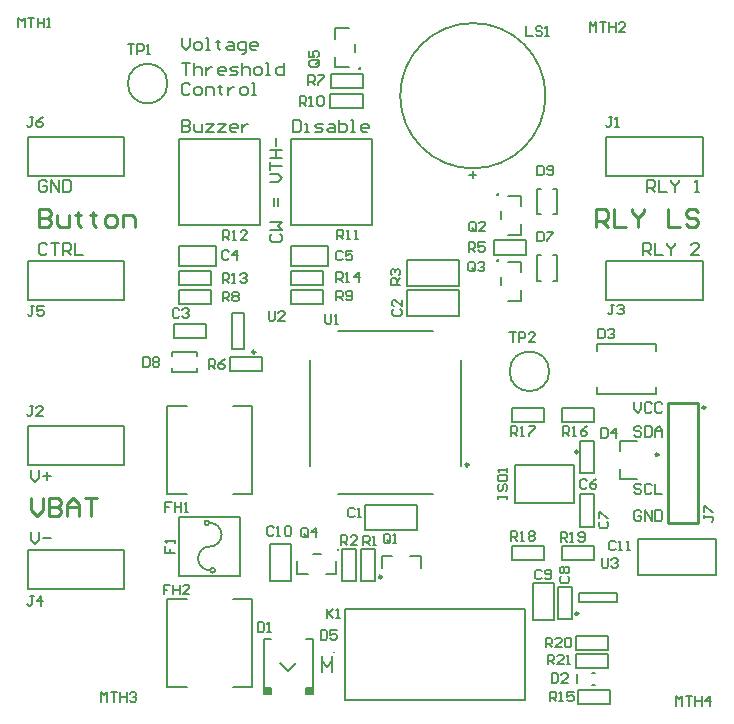
<source format=gto>
G04*
G04 #@! TF.GenerationSoftware,Altium Limited,Altium Designer,20.1.11 (218)*
G04*
G04 Layer_Color=65535*
%FSLAX24Y24*%
%MOIN*%
G70*
G04*
G04 #@! TF.SameCoordinates,DAAE5E8E-C930-4FEA-A671-465C74EFB4C4*
G04*
G04*
G04 #@! TF.FilePolarity,Positive*
G04*
G01*
G75*
%ADD10C,0.0098*%
%ADD11C,0.0050*%
%ADD12C,0.0060*%
%ADD13C,0.0079*%
%ADD14C,0.0070*%
%ADD15C,0.0070*%
%ADD16C,0.0100*%
%ADD17C,0.0080*%
%ADD18R,0.0251X0.0211*%
%ADD19R,0.0251X0.0211*%
D10*
X11637Y21625D02*
G03*
X11637Y21625I-16J0D01*
G01*
X18906Y8837D02*
G03*
X18906Y8837I-49J0D01*
G01*
X16231Y17415D02*
G03*
X16231Y17415I-16J0D01*
G01*
Y15216D02*
G03*
X16231Y15216I-16J0D01*
G01*
X8148Y12167D02*
G03*
X8148Y12167I-49J0D01*
G01*
X18911Y3454D02*
G03*
X18911Y3454I-49J0D01*
G01*
X21589Y8746D02*
G03*
X21589Y8746I-49J0D01*
G01*
X15257Y8410D02*
G03*
X15257Y8410I-49J0D01*
G01*
X23148Y10321D02*
G03*
X23148Y10321I-49J0D01*
G01*
X12359Y4672D02*
G03*
X12359Y4672I-49J0D01*
G01*
X10908Y5573D02*
G03*
X10908Y5573I-16J0D01*
G01*
D11*
X17943Y11526D02*
G03*
X17943Y11526I-660J0D01*
G01*
X17820Y20712D02*
G03*
X17820Y20712I-2421J0D01*
G01*
X5219Y21117D02*
G03*
X5219Y21117I-660J0D01*
G01*
X6205Y12025D02*
Y12160D01*
X5358D02*
X6205D01*
X5358Y12025D02*
Y12160D01*
Y11490D02*
Y11625D01*
Y11490D02*
X6205D01*
Y11625D01*
X18070Y16757D02*
X18205D01*
Y17603D01*
X18070D02*
X18205D01*
X17535D02*
X17670D01*
X17535Y16757D02*
Y17603D01*
Y16757D02*
X17670D01*
X18058Y14548D02*
X18193D01*
Y15395D01*
X18058D02*
X18193D01*
X17523D02*
X17658D01*
X17523Y14548D02*
Y15395D01*
Y14548D02*
X17658D01*
X16788Y8404D02*
X18757D01*
X16788Y7144D02*
X18757D01*
Y8404D01*
X16788Y7144D02*
Y8404D01*
X19846Y15217D02*
X23067D01*
X19846Y13917D02*
Y15217D01*
Y13917D02*
X23067D01*
Y15217D01*
X3776Y4272D02*
Y5571D01*
X555Y4272D02*
X3776D01*
X555D02*
Y5571D01*
X3776D01*
X555Y15217D02*
X3776D01*
X555Y13917D02*
Y15217D01*
Y13917D02*
X3776D01*
Y15217D01*
X18912Y909D02*
X19975D01*
Y437D02*
Y909D01*
X18912Y437D02*
X19975D01*
X18912D02*
Y909D01*
X12026Y16414D02*
Y19259D01*
X9327Y16414D02*
X12026D01*
X9327Y19259D02*
X12026D01*
X9327Y16414D02*
Y19259D01*
X10651Y20293D02*
X11721D01*
X10651D02*
Y20766D01*
X11721D01*
Y20293D02*
Y20766D01*
X10818Y22964D02*
X11266D01*
X10818Y22614D02*
Y22964D01*
Y21664D02*
Y22013D01*
Y21664D02*
X11266D01*
X11482Y22186D02*
Y22442D01*
X11721Y20958D02*
Y21431D01*
X10658D02*
X11721D01*
X10658Y20958D02*
Y21431D01*
Y20958D02*
X11721D01*
X18369Y5245D02*
Y5717D01*
Y5245D02*
X19432D01*
Y5717D01*
X18369D02*
X19432D01*
X17758Y5245D02*
Y5717D01*
X16695D02*
X17758D01*
X16695Y5245D02*
Y5717D01*
Y5245D02*
X17758D01*
Y9845D02*
Y10317D01*
X16695D02*
X17758D01*
X16695Y9845D02*
Y10317D01*
Y9845D02*
X17758D01*
X19445Y6350D02*
Y7422D01*
X18973Y6350D02*
X19445D01*
X18973D02*
Y7422D01*
X19445D01*
X18973Y8137D02*
Y9208D01*
X19445D01*
Y8137D02*
Y9208D01*
X18973Y8137D02*
X19445D01*
X18382Y9845D02*
Y10317D01*
Y9845D02*
X19445D01*
Y10317D01*
X18382D02*
X19445D01*
X11122Y3607D02*
X17146D01*
X11122Y564D02*
X17146D01*
X11122D02*
Y3607D01*
X17146Y564D02*
Y3607D01*
X10539Y1680D02*
X10717Y1857D01*
X10362D02*
X10539Y1680D01*
X10717Y1513D02*
Y2024D01*
X10362Y1513D02*
Y2024D01*
X19900Y2247D02*
Y2719D01*
X18837D02*
X19900D01*
X18837Y2247D02*
Y2719D01*
Y2247D02*
X19900D01*
X18846Y1627D02*
Y2100D01*
Y1627D02*
X19909D01*
Y2100D01*
X18846D02*
X19909D01*
X16568Y16076D02*
X17017D01*
Y16425D01*
Y17027D02*
Y17376D01*
X16568D02*
X17017D01*
X16352Y16598D02*
Y16854D01*
X16568Y13877D02*
X17017D01*
Y14226D01*
Y14827D02*
Y15177D01*
X16568D02*
X17017D01*
X16352Y14399D02*
Y14655D01*
X15399Y17957D02*
Y18193D01*
X15281Y18075D02*
X15517D01*
X9325Y4527D02*
Y5758D01*
X8635Y4527D02*
X9325D01*
X8635D02*
Y5758D01*
X9325D01*
X11032Y4527D02*
Y5590D01*
X11505D01*
Y4527D02*
Y5590D01*
X11032Y4527D02*
X11505D01*
X8375Y11536D02*
Y12008D01*
X7312D02*
X8375D01*
X7312Y11536D02*
Y12008D01*
Y11536D02*
X8375D01*
X3776Y18051D02*
Y19350D01*
X555Y18051D02*
X3776D01*
X555D02*
Y19350D01*
X3776D01*
X5424Y13116D02*
X6496D01*
Y12644D02*
Y13116D01*
X5424Y12644D02*
X6496D01*
X5424D02*
Y13116D01*
X8317Y16414D02*
Y19259D01*
X5617Y16414D02*
X8317D01*
X5617Y19259D02*
X8317D01*
X5617Y16414D02*
Y19259D01*
X18711Y3273D02*
Y4344D01*
X18238Y3273D02*
X18711D01*
X18238D02*
Y4344D01*
X18711D01*
X17419Y4480D02*
X18109D01*
X17419Y3248D02*
Y4480D01*
Y3248D02*
X18109D01*
Y4480D01*
X20290Y7931D02*
X20868D01*
X20290D02*
Y8270D01*
Y9211D02*
X20868D01*
X20290Y8871D02*
Y9211D01*
X9327Y14243D02*
X10390D01*
Y13771D02*
Y14243D01*
X9327Y13771D02*
X10390D01*
X9327D02*
Y14243D01*
Y14389D02*
X10390D01*
X9327D02*
Y14862D01*
X10390D01*
Y14389D02*
Y14862D01*
X10555Y15025D02*
Y15715D01*
X9324D02*
X10555D01*
X9324Y15025D02*
Y15715D01*
Y15025D02*
X10555D01*
X5617Y13771D02*
Y14243D01*
Y13771D02*
X6680D01*
Y14243D01*
X5617D02*
X6680D01*
Y14389D02*
Y14862D01*
X5617D02*
X6680D01*
X5617Y14389D02*
Y14862D01*
Y14389D02*
X6680D01*
X6845Y15025D02*
Y15715D01*
X5614D02*
X6845D01*
X5614Y15025D02*
Y15715D01*
Y15025D02*
X6845D01*
X15009Y8367D02*
Y11911D01*
X9970Y8367D02*
Y11911D01*
X10915Y12855D02*
X14064D01*
X10915Y7422D02*
X14064D01*
X11794Y6235D02*
Y7086D01*
Y6235D02*
X13545D01*
Y7086D01*
X11794D02*
X13545D01*
X3776Y8406D02*
Y9705D01*
X555Y8406D02*
X3776D01*
X555D02*
Y9705D01*
X3776D01*
X19846Y19350D02*
X23067D01*
X19846Y18051D02*
Y19350D01*
Y18051D02*
X23067D01*
Y19350D01*
X19529Y12192D02*
Y12431D01*
X21498Y12192D02*
Y12431D01*
X19529Y10777D02*
Y11016D01*
X21498Y10777D02*
Y11016D01*
X19529Y12431D02*
X21498D01*
X19529Y10777D02*
X21498D01*
X12369Y4981D02*
Y5374D01*
X12706D01*
X13654Y4985D02*
Y5379D01*
X13316D02*
X13654D01*
X12130Y4527D02*
Y5590D01*
X11658Y4527D02*
X12130D01*
X11658D02*
Y5590D01*
X12130D01*
X10074Y5435D02*
X10330D01*
X10852Y4770D02*
Y5218D01*
X10503Y4770D02*
X10852D01*
X9552D02*
X9902D01*
X9552D02*
Y5218D01*
X8425Y760D02*
X8676D01*
Y971D01*
X8465D02*
X8676D01*
X9828D02*
X10039D01*
X9828Y760D02*
Y971D01*
X8425Y2616D02*
X8676D01*
X9828Y760D02*
X10079D01*
X9828Y2616D02*
X10079D01*
X8425Y760D02*
Y2616D01*
X10079Y760D02*
Y2616D01*
X9252Y1528D02*
X9518Y1794D01*
X8986D02*
X9252Y1528D01*
X13201Y14369D02*
Y15220D01*
Y14369D02*
X14951D01*
Y15220D01*
X13201D02*
X14951D01*
X13200Y13371D02*
Y14221D01*
Y13371D02*
X14951D01*
Y14221D01*
X13200D02*
X14951D01*
X5210Y10360D02*
X5870D01*
X5210Y7446D02*
X5870D01*
X7390Y10360D02*
X8050D01*
X7390Y7446D02*
X8050D01*
Y10360D01*
X5210Y7446D02*
Y10360D01*
Y3922D02*
X5870D01*
X5210Y1009D02*
X5870D01*
X7390Y3922D02*
X8050D01*
X7390Y1009D02*
X8050D01*
Y3922D01*
X5210Y1009D02*
Y3922D01*
X16113Y15417D02*
X17176D01*
X16113D02*
Y15889D01*
X17176D01*
Y15417D02*
Y15889D01*
D12*
X10759Y2158D02*
G03*
X10759Y2158I-20J0D01*
G01*
X20911Y5921D02*
X23489D01*
X20911Y4740D02*
Y5921D01*
Y4740D02*
X23489D01*
Y5921D01*
X17551Y18386D02*
Y18066D01*
X17711D01*
X17764Y18119D01*
Y18333D01*
X17711Y18386D01*
X17551D01*
X17871Y18119D02*
X17924Y18066D01*
X18031D01*
X18084Y18119D01*
Y18333D01*
X18031Y18386D01*
X17924D01*
X17871Y18333D01*
Y18279D01*
X17924Y18226D01*
X18084D01*
X17544Y16178D02*
Y15858D01*
X17704D01*
X17757Y15911D01*
Y16125D01*
X17704Y16178D01*
X17544D01*
X17864D02*
X18077D01*
Y16125D01*
X17864Y15911D01*
Y15858D01*
X4414Y11990D02*
Y11670D01*
X4574D01*
X4627Y11724D01*
Y11937D01*
X4574Y11990D01*
X4414D01*
X4734Y11937D02*
X4787Y11990D01*
X4894D01*
X4947Y11937D01*
Y11884D01*
X4894Y11830D01*
X4947Y11777D01*
Y11724D01*
X4894Y11670D01*
X4787D01*
X4734Y11724D01*
Y11777D01*
X4787Y11830D01*
X4734Y11884D01*
Y11937D01*
X4787Y11830D02*
X4894D01*
X20160Y5832D02*
X20106Y5885D01*
X20000D01*
X19946Y5832D01*
Y5619D01*
X20000Y5565D01*
X20106D01*
X20160Y5619D01*
X20266Y5565D02*
X20373D01*
X20320D01*
Y5885D01*
X20266Y5832D01*
X20533Y5565D02*
X20639D01*
X20586D01*
Y5885D01*
X20533Y5832D01*
X8759Y6300D02*
X8705Y6354D01*
X8599D01*
X8545Y6300D01*
Y6087D01*
X8599Y6034D01*
X8705D01*
X8759Y6087D01*
X8865Y6034D02*
X8972D01*
X8919D01*
Y6354D01*
X8865Y6300D01*
X9132D02*
X9185Y6354D01*
X9292D01*
X9345Y6300D01*
Y6087D01*
X9292Y6034D01*
X9185D01*
X9132Y6087D01*
Y6300D01*
X10528Y3618D02*
Y3299D01*
Y3405D01*
X10742Y3618D01*
X10582Y3459D01*
X10742Y3299D01*
X10848D02*
X10955D01*
X10902D01*
Y3618D01*
X10848Y3565D01*
X19679Y9637D02*
Y9317D01*
X19839D01*
X19893Y9370D01*
Y9584D01*
X19839Y9637D01*
X19679D01*
X20159Y9317D02*
Y9637D01*
X19999Y9477D01*
X20213D01*
X10328Y2888D02*
Y2568D01*
X10488D01*
X10542Y2621D01*
Y2834D01*
X10488Y2888D01*
X10328D01*
X10861D02*
X10648D01*
Y2728D01*
X10755Y2781D01*
X10808D01*
X10861Y2728D01*
Y2621D01*
X10808Y2568D01*
X10701D01*
X10648Y2621D01*
X9891Y6048D02*
Y6262D01*
X9837Y6315D01*
X9731D01*
X9677Y6262D01*
Y6048D01*
X9731Y5995D01*
X9837D01*
X9784Y6102D02*
X9891Y5995D01*
X9837D02*
X9891Y6048D01*
X10157Y5995D02*
Y6315D01*
X9997Y6155D01*
X10211D01*
X12636Y5850D02*
Y6063D01*
X12583Y6116D01*
X12476D01*
X12423Y6063D01*
Y5850D01*
X12476Y5797D01*
X12583D01*
X12530Y5903D02*
X12636Y5797D01*
X12583D02*
X12636Y5850D01*
X12743Y5797D02*
X12850D01*
X12796D01*
Y6116D01*
X12743Y6063D01*
X11058Y15492D02*
X11004Y15545D01*
X10898D01*
X10844Y15492D01*
Y15278D01*
X10898Y15225D01*
X11004D01*
X11058Y15278D01*
X11377Y15545D02*
X11164D01*
Y15385D01*
X11271Y15438D01*
X11324D01*
X11377Y15385D01*
Y15278D01*
X11324Y15225D01*
X11217D01*
X11164Y15278D01*
X7265Y15518D02*
X7212Y15572D01*
X7105D01*
X7052Y15518D01*
Y15305D01*
X7105Y15252D01*
X7212D01*
X7265Y15305D01*
X7532Y15252D02*
Y15572D01*
X7372Y15412D01*
X7585D01*
X18022Y1456D02*
Y1136D01*
X18182D01*
X18235Y1190D01*
Y1403D01*
X18182Y1456D01*
X18022D01*
X18555Y1136D02*
X18342D01*
X18555Y1350D01*
Y1403D01*
X18502Y1456D01*
X18395D01*
X18342Y1403D01*
X12759Y13590D02*
X12706Y13537D01*
Y13430D01*
X12759Y13377D01*
X12973D01*
X13026Y13430D01*
Y13537D01*
X12973Y13590D01*
X13026Y13910D02*
Y13697D01*
X12813Y13910D01*
X12759D01*
X12706Y13857D01*
Y13750D01*
X12759Y13697D01*
X17962Y525D02*
Y845D01*
X18122D01*
X18175Y791D01*
Y685D01*
X18122Y631D01*
X17962D01*
X18068D02*
X18175Y525D01*
X18282D02*
X18388D01*
X18335D01*
Y845D01*
X18282Y791D01*
X18762Y845D02*
X18548D01*
Y685D01*
X18655Y738D01*
X18708D01*
X18762Y685D01*
Y578D01*
X18708Y525D01*
X18602D01*
X18548Y578D01*
X5313Y4413D02*
X5100D01*
Y4253D01*
X5206D01*
X5100D01*
Y4093D01*
X5420Y4413D02*
Y4093D01*
Y4253D01*
X5633D01*
Y4413D01*
Y4093D01*
X5953D02*
X5739D01*
X5953Y4306D01*
Y4360D01*
X5899Y4413D01*
X5793D01*
X5739Y4360D01*
X5366Y7165D02*
X5153D01*
Y7005D01*
X5260D01*
X5153D01*
Y6845D01*
X5473Y7165D02*
Y6845D01*
Y7005D01*
X5686D01*
Y7165D01*
Y6845D01*
X5793D02*
X5899D01*
X5846D01*
Y7165D01*
X5793Y7112D01*
X5136Y5696D02*
Y5483D01*
X5296D01*
Y5590D01*
Y5483D01*
X5456D01*
Y5803D02*
Y5910D01*
Y5856D01*
X5136D01*
X5189Y5803D01*
X746Y20003D02*
X640D01*
X693D01*
Y19737D01*
X640Y19683D01*
X587D01*
X533Y19737D01*
X1066Y20003D02*
X960Y19950D01*
X853Y19843D01*
Y19737D01*
X906Y19683D01*
X1013D01*
X1066Y19737D01*
Y19790D01*
X1013Y19843D01*
X853D01*
X769Y13691D02*
X663D01*
X716D01*
Y13425D01*
X663Y13371D01*
X609D01*
X556Y13425D01*
X1089Y13691D02*
X876D01*
Y13531D01*
X982Y13585D01*
X1036D01*
X1089Y13531D01*
Y13425D01*
X1036Y13371D01*
X929D01*
X876Y13425D01*
X20105Y13749D02*
X19998D01*
X20051D01*
Y13482D01*
X19998Y13429D01*
X19945D01*
X19891Y13482D01*
X20211Y13695D02*
X20265Y13749D01*
X20371D01*
X20425Y13695D01*
Y13642D01*
X20371Y13589D01*
X20318D01*
X20371D01*
X20425Y13535D01*
Y13482D01*
X20371Y13429D01*
X20265D01*
X20211Y13482D01*
X754Y4037D02*
X647D01*
X700D01*
Y3770D01*
X647Y3717D01*
X594D01*
X541Y3770D01*
X1020Y3717D02*
Y4037D01*
X860Y3877D01*
X1074D01*
X746Y10363D02*
X640D01*
X693D01*
Y10097D01*
X640Y10043D01*
X587D01*
X533Y10097D01*
X1066Y10043D02*
X853D01*
X1066Y10257D01*
Y10310D01*
X1013Y10363D01*
X906D01*
X853Y10310D01*
X20046Y20003D02*
X19940D01*
X19993D01*
Y19737D01*
X19940Y19683D01*
X19886D01*
X19833Y19737D01*
X20153Y19683D02*
X20260D01*
X20206D01*
Y20003D01*
X20153Y19950D01*
X8591Y13530D02*
Y13263D01*
X8644Y13210D01*
X8751D01*
X8804Y13263D01*
Y13530D01*
X9124Y13210D02*
X8911D01*
X9124Y13423D01*
Y13476D01*
X9071Y13530D01*
X8964D01*
X8911Y13476D01*
X19698Y5300D02*
Y5034D01*
X19751Y4981D01*
X19857D01*
X19911Y5034D01*
Y5300D01*
X20017Y5247D02*
X20071Y5300D01*
X20177D01*
X20231Y5247D01*
Y5194D01*
X20177Y5141D01*
X20124D01*
X20177D01*
X20231Y5087D01*
Y5034D01*
X20177Y4981D01*
X20071D01*
X20017Y5034D01*
X10471Y13431D02*
Y13165D01*
X10524Y13111D01*
X10631D01*
X10684Y13165D01*
Y13431D01*
X10790Y13111D02*
X10897D01*
X10844D01*
Y13431D01*
X10790Y13378D01*
X16620Y12833D02*
X16833D01*
X16726D01*
Y12513D01*
X16939D02*
Y12833D01*
X17099D01*
X17153Y12780D01*
Y12673D01*
X17099Y12620D01*
X16939D01*
X17473Y12513D02*
X17259D01*
X17473Y12726D01*
Y12780D01*
X17419Y12833D01*
X17313D01*
X17259Y12780D01*
X3889Y22421D02*
X4102D01*
X3995D01*
Y22102D01*
X4209D02*
Y22421D01*
X4369D01*
X4422Y22368D01*
Y22262D01*
X4369Y22208D01*
X4209D01*
X4529Y22102D02*
X4635D01*
X4582D01*
Y22421D01*
X4529Y22368D01*
X7072Y15911D02*
Y16230D01*
X7232D01*
X7285Y16177D01*
Y16070D01*
X7232Y16017D01*
X7072D01*
X7178D02*
X7285Y15911D01*
X7392D02*
X7498D01*
X7445D01*
Y16230D01*
X7392Y16177D01*
X7872Y15911D02*
X7658D01*
X7872Y16124D01*
Y16177D01*
X7818Y16230D01*
X7712D01*
X7658Y16177D01*
X10872Y15921D02*
Y16241D01*
X11032D01*
X11085Y16188D01*
Y16081D01*
X11032Y16028D01*
X10872D01*
X10979D02*
X11085Y15921D01*
X11192D02*
X11299D01*
X11245D01*
Y16241D01*
X11192Y16188D01*
X11459Y15921D02*
X11565D01*
X11512D01*
Y16241D01*
X11459Y16188D01*
X17180Y23026D02*
Y22706D01*
X17393D01*
X17713Y22973D02*
X17660Y23026D01*
X17553D01*
X17500Y22973D01*
Y22920D01*
X17553Y22866D01*
X17660D01*
X17713Y22813D01*
Y22760D01*
X17660Y22706D01*
X17553D01*
X17500Y22760D01*
X17820Y22706D02*
X17926D01*
X17873D01*
Y23026D01*
X17820Y22973D01*
X16229Y7274D02*
Y7381D01*
Y7327D01*
X16549D01*
Y7274D01*
Y7381D01*
X16283Y7754D02*
X16229Y7701D01*
Y7594D01*
X16283Y7541D01*
X16336D01*
X16389Y7594D01*
Y7701D01*
X16443Y7754D01*
X16496D01*
X16549Y7701D01*
Y7594D01*
X16496Y7541D01*
X16229Y8021D02*
Y7914D01*
X16283Y7861D01*
X16496D01*
X16549Y7914D01*
Y8021D01*
X16496Y8074D01*
X16283D01*
X16229Y8021D01*
X16549Y8180D02*
Y8287D01*
Y8234D01*
X16229D01*
X16283Y8180D01*
X17888Y1762D02*
Y2082D01*
X18048D01*
X18101Y2029D01*
Y1922D01*
X18048Y1869D01*
X17888D01*
X17995D02*
X18101Y1762D01*
X18421D02*
X18208D01*
X18421Y1976D01*
Y2029D01*
X18368Y2082D01*
X18261D01*
X18208Y2029D01*
X18528Y1762D02*
X18634D01*
X18581D01*
Y2082D01*
X18528Y2029D01*
X17825Y2323D02*
Y2643D01*
X17985D01*
X18038Y2590D01*
Y2483D01*
X17985Y2430D01*
X17825D01*
X17932D02*
X18038Y2323D01*
X18358D02*
X18145D01*
X18358Y2536D01*
Y2590D01*
X18305Y2643D01*
X18198D01*
X18145Y2590D01*
X18465D02*
X18518Y2643D01*
X18625D01*
X18678Y2590D01*
Y2376D01*
X18625Y2323D01*
X18518D01*
X18465Y2376D01*
Y2590D01*
X18321Y5852D02*
Y6172D01*
X18481D01*
X18534Y6119D01*
Y6012D01*
X18481Y5959D01*
X18321D01*
X18428D02*
X18534Y5852D01*
X18641D02*
X18747D01*
X18694D01*
Y6172D01*
X18641Y6119D01*
X18907Y5906D02*
X18961Y5852D01*
X19067D01*
X19121Y5906D01*
Y6119D01*
X19067Y6172D01*
X18961D01*
X18907Y6119D01*
Y6066D01*
X18961Y6012D01*
X19121D01*
X16672Y5885D02*
Y6205D01*
X16832D01*
X16885Y6152D01*
Y6045D01*
X16832Y5992D01*
X16672D01*
X16779D02*
X16885Y5885D01*
X16992D02*
X17098D01*
X17045D01*
Y6205D01*
X16992Y6152D01*
X17258D02*
X17312Y6205D01*
X17418D01*
X17472Y6152D01*
Y6098D01*
X17418Y6045D01*
X17472Y5992D01*
Y5938D01*
X17418Y5885D01*
X17312D01*
X17258Y5938D01*
Y5992D01*
X17312Y6045D01*
X17258Y6098D01*
Y6152D01*
X17312Y6045D02*
X17418D01*
X16672Y9378D02*
Y9698D01*
X16832D01*
X16885Y9644D01*
Y9538D01*
X16832Y9484D01*
X16672D01*
X16779D02*
X16885Y9378D01*
X16992D02*
X17098D01*
X17045D01*
Y9698D01*
X16992Y9644D01*
X17258Y9698D02*
X17472D01*
Y9644D01*
X17258Y9431D01*
Y9378D01*
X18405D02*
Y9698D01*
X18565D01*
X18618Y9644D01*
Y9538D01*
X18565Y9484D01*
X18405D01*
X18511D02*
X18618Y9378D01*
X18725D02*
X18831D01*
X18778D01*
Y9698D01*
X18725Y9644D01*
X19205Y9698D02*
X19098Y9644D01*
X18991Y9538D01*
Y9431D01*
X19045Y9378D01*
X19151D01*
X19205Y9431D01*
Y9484D01*
X19151Y9538D01*
X18991D01*
X9631Y20374D02*
Y20694D01*
X9791D01*
X9844Y20641D01*
Y20534D01*
X9791Y20481D01*
X9631D01*
X9737D02*
X9844Y20374D01*
X9950D02*
X10057D01*
X10004D01*
Y20694D01*
X9950Y20641D01*
X10217D02*
X10270Y20694D01*
X10377D01*
X10430Y20641D01*
Y20428D01*
X10377Y20374D01*
X10270D01*
X10217Y20428D01*
Y20641D01*
X10847Y14501D02*
Y14821D01*
X11007D01*
X11060Y14768D01*
Y14661D01*
X11007Y14608D01*
X10847D01*
X10953D02*
X11060Y14501D01*
X11167D02*
X11273D01*
X11220D01*
Y14821D01*
X11167Y14768D01*
X11593Y14501D02*
Y14821D01*
X11433Y14661D01*
X11647D01*
X7055Y14479D02*
Y14798D01*
X7215D01*
X7268Y14745D01*
Y14638D01*
X7215Y14585D01*
X7055D01*
X7161D02*
X7268Y14479D01*
X7375D02*
X7481D01*
X7428D01*
Y14798D01*
X7375Y14745D01*
X7641D02*
X7695Y14798D01*
X7801D01*
X7854Y14745D01*
Y14692D01*
X7801Y14638D01*
X7748D01*
X7801D01*
X7854Y14585D01*
Y14532D01*
X7801Y14479D01*
X7695D01*
X7641Y14532D01*
X9914Y21071D02*
Y21391D01*
X10074D01*
X10127Y21337D01*
Y21231D01*
X10074Y21177D01*
X9914D01*
X10021D02*
X10127Y21071D01*
X10234Y21391D02*
X10447D01*
Y21337D01*
X10234Y21124D01*
Y21071D01*
X6595Y11612D02*
Y11932D01*
X6755D01*
X6808Y11879D01*
Y11772D01*
X6755Y11719D01*
X6595D01*
X6702D02*
X6808Y11612D01*
X7128Y11932D02*
X7021Y11879D01*
X6915Y11772D01*
Y11665D01*
X6968Y11612D01*
X7075D01*
X7128Y11665D01*
Y11719D01*
X7075Y11772D01*
X6915D01*
X10847Y13890D02*
Y14209D01*
X11007D01*
X11060Y14156D01*
Y14050D01*
X11007Y13996D01*
X10847D01*
X10953D02*
X11060Y13890D01*
X11167Y13943D02*
X11220Y13890D01*
X11327D01*
X11380Y13943D01*
Y14156D01*
X11327Y14209D01*
X11220D01*
X11167Y14156D01*
Y14103D01*
X11220Y14050D01*
X11380D01*
X7055Y13860D02*
Y14180D01*
X7215D01*
X7268Y14127D01*
Y14020D01*
X7215Y13967D01*
X7055D01*
X7161D02*
X7268Y13860D01*
X7375Y14127D02*
X7428Y14180D01*
X7535D01*
X7588Y14127D01*
Y14073D01*
X7535Y14020D01*
X7588Y13967D01*
Y13914D01*
X7535Y13860D01*
X7428D01*
X7375Y13914D01*
Y13967D01*
X7428Y14020D01*
X7375Y14073D01*
Y14127D01*
X7428Y14020D02*
X7535D01*
X15260Y15503D02*
Y15823D01*
X15420D01*
X15474Y15770D01*
Y15663D01*
X15420Y15610D01*
X15260D01*
X15367D02*
X15474Y15503D01*
X15794Y15823D02*
X15580D01*
Y15663D01*
X15687Y15717D01*
X15740D01*
X15794Y15663D01*
Y15557D01*
X15740Y15503D01*
X15634D01*
X15580Y15557D01*
X12976Y14406D02*
X12656D01*
Y14566D01*
X12710Y14620D01*
X12816D01*
X12870Y14566D01*
Y14406D01*
Y14513D02*
X12976Y14620D01*
X12710Y14726D02*
X12656Y14780D01*
Y14886D01*
X12710Y14940D01*
X12763D01*
X12816Y14886D01*
Y14833D01*
Y14886D01*
X12870Y14940D01*
X12923D01*
X12976Y14886D01*
Y14780D01*
X12923Y14726D01*
X11002Y5735D02*
Y6055D01*
X11162D01*
X11215Y6002D01*
Y5895D01*
X11162Y5842D01*
X11002D01*
X11108D02*
X11215Y5735D01*
X11535D02*
X11322D01*
X11535Y5949D01*
Y6002D01*
X11482Y6055D01*
X11375D01*
X11322Y6002D01*
X11745Y5733D02*
Y6053D01*
X11905D01*
X11958Y6000D01*
Y5893D01*
X11905Y5840D01*
X11745D01*
X11851D02*
X11958Y5733D01*
X12065D02*
X12171D01*
X12118D01*
Y6053D01*
X12065Y6000D01*
X10216Y21890D02*
X10002D01*
X9949Y21837D01*
Y21730D01*
X10002Y21677D01*
X10216D01*
X10269Y21730D01*
Y21837D01*
X10162Y21783D02*
X10269Y21890D01*
Y21837D02*
X10216Y21890D01*
X9949Y22210D02*
Y21997D01*
X10109D01*
X10056Y22103D01*
Y22157D01*
X10109Y22210D01*
X10216D01*
X10269Y22157D01*
Y22050D01*
X10216Y21997D01*
X15466Y14908D02*
Y15122D01*
X15413Y15175D01*
X15306D01*
X15253Y15122D01*
Y14908D01*
X15306Y14855D01*
X15413D01*
X15360Y14962D02*
X15466Y14855D01*
X15413D02*
X15466Y14908D01*
X15573Y15122D02*
X15626Y15175D01*
X15733D01*
X15786Y15122D01*
Y15068D01*
X15733Y15015D01*
X15680D01*
X15733D01*
X15786Y14962D01*
Y14908D01*
X15733Y14855D01*
X15626D01*
X15573Y14908D01*
X15488Y16249D02*
Y16462D01*
X15435Y16515D01*
X15328D01*
X15275Y16462D01*
Y16249D01*
X15328Y16195D01*
X15435D01*
X15382Y16302D02*
X15488Y16195D01*
X15435D02*
X15488Y16249D01*
X15808Y16195D02*
X15595D01*
X15808Y16409D01*
Y16462D01*
X15755Y16515D01*
X15648D01*
X15595Y16462D01*
X22171Y375D02*
Y695D01*
X22278Y588D01*
X22384Y695D01*
Y375D01*
X22491Y695D02*
X22704D01*
X22598D01*
Y375D01*
X22811Y695D02*
Y375D01*
Y535D01*
X23024D01*
Y695D01*
Y375D01*
X23291D02*
Y695D01*
X23131Y535D01*
X23344D01*
X3004Y518D02*
Y838D01*
X3110Y732D01*
X3217Y838D01*
Y518D01*
X3323Y838D02*
X3537D01*
X3430D01*
Y518D01*
X3643Y838D02*
Y518D01*
Y678D01*
X3857D01*
Y838D01*
Y518D01*
X3963Y785D02*
X4017Y838D01*
X4123D01*
X4176Y785D01*
Y732D01*
X4123Y678D01*
X4070D01*
X4123D01*
X4176Y625D01*
Y572D01*
X4123Y518D01*
X4017D01*
X3963Y572D01*
X19306Y22839D02*
Y23159D01*
X19413Y23052D01*
X19519Y23159D01*
Y22839D01*
X19626Y23159D02*
X19839D01*
X19732D01*
Y22839D01*
X19946Y23159D02*
Y22839D01*
Y22999D01*
X20159D01*
Y23159D01*
Y22839D01*
X20479D02*
X20266D01*
X20479Y23052D01*
Y23105D01*
X20426Y23159D01*
X20319D01*
X20266Y23105D01*
X250Y22989D02*
Y23309D01*
X357Y23202D01*
X464Y23309D01*
Y22989D01*
X570Y23309D02*
X784D01*
X677D01*
Y22989D01*
X890Y23309D02*
Y22989D01*
Y23149D01*
X1104D01*
Y23309D01*
Y22989D01*
X1210D02*
X1317D01*
X1263D01*
Y23309D01*
X1210Y23255D01*
X23099Y6731D02*
Y6624D01*
Y6678D01*
X23366D01*
X23419Y6624D01*
Y6571D01*
X23366Y6518D01*
X23099Y6838D02*
Y7051D01*
X23152D01*
X23366Y6838D01*
X23419D01*
X19575Y12946D02*
Y12626D01*
X19735D01*
X19788Y12680D01*
Y12893D01*
X19735Y12946D01*
X19575D01*
X19895Y12893D02*
X19948Y12946D01*
X20055D01*
X20108Y12893D01*
Y12840D01*
X20055Y12786D01*
X20001D01*
X20055D01*
X20108Y12733D01*
Y12680D01*
X20055Y12626D01*
X19948D01*
X19895Y12680D01*
X8232Y3164D02*
Y2845D01*
X8392D01*
X8445Y2898D01*
Y3111D01*
X8392Y3164D01*
X8232D01*
X8552Y2845D02*
X8658D01*
X8605D01*
Y3164D01*
X8552Y3111D01*
X17691Y4865D02*
X17637Y4918D01*
X17531D01*
X17477Y4865D01*
Y4652D01*
X17531Y4598D01*
X17637D01*
X17691Y4652D01*
X17797D02*
X17850Y4598D01*
X17957D01*
X18010Y4652D01*
Y4865D01*
X17957Y4918D01*
X17850D01*
X17797Y4865D01*
Y4812D01*
X17850Y4758D01*
X18010D01*
X18343Y4691D02*
X18290Y4638D01*
Y4531D01*
X18343Y4478D01*
X18556D01*
X18610Y4531D01*
Y4638D01*
X18556Y4691D01*
X18343Y4798D02*
X18290Y4851D01*
Y4957D01*
X18343Y5011D01*
X18396D01*
X18450Y4957D01*
X18503Y5011D01*
X18556D01*
X18610Y4957D01*
Y4851D01*
X18556Y4798D01*
X18503D01*
X18450Y4851D01*
X18396Y4798D01*
X18343D01*
X18450Y4851D02*
Y4957D01*
X19652Y6518D02*
X19598Y6464D01*
Y6358D01*
X19652Y6304D01*
X19865D01*
X19918Y6358D01*
Y6464D01*
X19865Y6518D01*
X19598Y6624D02*
Y6838D01*
X19652D01*
X19865Y6624D01*
X19918D01*
X19198Y7881D02*
X19145Y7934D01*
X19038D01*
X18985Y7881D01*
Y7667D01*
X19038Y7614D01*
X19145D01*
X19198Y7667D01*
X19518Y7934D02*
X19411Y7881D01*
X19305Y7774D01*
Y7667D01*
X19358Y7614D01*
X19465D01*
X19518Y7667D01*
Y7721D01*
X19465Y7774D01*
X19305D01*
X11459Y6932D02*
X11406Y6985D01*
X11299D01*
X11246Y6932D01*
Y6719D01*
X11299Y6666D01*
X11406D01*
X11459Y6719D01*
X11566Y6666D02*
X11673D01*
X11619D01*
Y6985D01*
X11566Y6932D01*
X5612Y13577D02*
X5558Y13631D01*
X5452D01*
X5398Y13577D01*
Y13364D01*
X5452Y13311D01*
X5558D01*
X5612Y13364D01*
X5718Y13577D02*
X5772Y13631D01*
X5878D01*
X5932Y13577D01*
Y13524D01*
X5878Y13471D01*
X5825D01*
X5878D01*
X5932Y13417D01*
Y13364D01*
X5878Y13311D01*
X5772D01*
X5718Y13364D01*
D13*
X6609Y6477D02*
G03*
X6609Y6477I-79J0D01*
G01*
X7024Y6078D02*
G03*
X6630Y6472I-394J0D01*
G01*
X6630Y5684D02*
G03*
X7024Y6078I0J394D01*
G01*
X6809Y4892D02*
G03*
X6809Y4892I-79J0D01*
G01*
X6237Y5291D02*
G03*
X6630Y4897I394J0D01*
G01*
X6630Y5684D02*
G03*
X6237Y5291I0J-394D01*
G01*
X5610Y6674D02*
X7650D01*
X5610Y4694D02*
X7650D01*
Y6674D01*
X5610Y4694D02*
Y6674D01*
X7370Y12265D02*
X7764D01*
X7370Y13486D02*
X7764D01*
Y12265D02*
Y13486D01*
X7370Y12265D02*
Y13486D01*
X18930Y3848D02*
Y4123D01*
X20210Y3848D02*
Y4123D01*
X18930Y3848D02*
X20210D01*
X18930Y4123D02*
X20210D01*
D14*
X19385Y1085D02*
X19483D01*
X19385Y1459D02*
X19483D01*
D15*
X18863Y1125D02*
Y1420D01*
X21012Y7722D02*
X20954Y7780D01*
X20837D01*
X20779Y7722D01*
Y7663D01*
X20837Y7605D01*
X20954D01*
X21012Y7547D01*
Y7488D01*
X20954Y7430D01*
X20837D01*
X20779Y7488D01*
X21362Y7722D02*
X21304Y7780D01*
X21187D01*
X21129Y7722D01*
Y7488D01*
X21187Y7430D01*
X21304D01*
X21362Y7488D01*
X21479Y7780D02*
Y7430D01*
X21712D01*
X21012Y9641D02*
X20954Y9699D01*
X20837D01*
X20779Y9641D01*
Y9583D01*
X20837Y9524D01*
X20954D01*
X21012Y9466D01*
Y9408D01*
X20954Y9350D01*
X20837D01*
X20779Y9408D01*
X21129Y9699D02*
Y9350D01*
X21304D01*
X21362Y9408D01*
Y9641D01*
X21304Y9699D01*
X21129D01*
X21479Y9350D02*
Y9583D01*
X21595Y9699D01*
X21712Y9583D01*
Y9350D01*
Y9524D01*
X21479D01*
X21012Y6835D02*
X20954Y6893D01*
X20837D01*
X20779Y6835D01*
Y6602D01*
X20837Y6544D01*
X20954D01*
X21012Y6602D01*
Y6719D01*
X20895D01*
X21129Y6544D02*
Y6893D01*
X21362Y6544D01*
Y6893D01*
X21479D02*
Y6544D01*
X21654D01*
X21712Y6602D01*
Y6835D01*
X21654Y6893D01*
X21479D01*
X20779Y10492D02*
Y10259D01*
X20895Y10142D01*
X21012Y10259D01*
Y10492D01*
X21362Y10434D02*
X21304Y10492D01*
X21187D01*
X21129Y10434D01*
Y10201D01*
X21187Y10142D01*
X21304D01*
X21362Y10201D01*
X21712Y10434D02*
X21654Y10492D01*
X21537D01*
X21479Y10434D01*
Y10201D01*
X21537Y10142D01*
X21654D01*
X21712Y10201D01*
D16*
X21900Y10470D02*
X22900D01*
Y6470D02*
Y10470D01*
X21900Y6470D02*
X22900D01*
X21900D02*
Y10470D01*
X679Y7302D02*
Y6902D01*
X879Y6702D01*
X1079Y6902D01*
Y7302D01*
X1279D02*
Y6702D01*
X1579D01*
X1679Y6802D01*
Y6902D01*
X1579Y7002D01*
X1279D01*
X1579D01*
X1679Y7102D01*
Y7202D01*
X1579Y7302D01*
X1279D01*
X1879Y6702D02*
Y7102D01*
X2079Y7302D01*
X2278Y7102D01*
Y6702D01*
Y7002D01*
X1879D01*
X2478Y7302D02*
X2878D01*
X2678D01*
Y6702D01*
X19515Y16320D02*
Y16920D01*
X19815D01*
X19915Y16820D01*
Y16620D01*
X19815Y16520D01*
X19515D01*
X19715D02*
X19915Y16320D01*
X20115Y16920D02*
Y16320D01*
X20515D01*
X20715Y16920D02*
Y16820D01*
X20915Y16620D01*
X21115Y16820D01*
Y16920D01*
X20915Y16620D02*
Y16320D01*
X21915Y16920D02*
Y16320D01*
X22315D01*
X22914Y16820D02*
X22814Y16920D01*
X22614D01*
X22514Y16820D01*
Y16720D01*
X22614Y16620D01*
X22814D01*
X22914Y16520D01*
Y16420D01*
X22814Y16320D01*
X22614D01*
X22514Y16420D01*
X948Y16949D02*
Y16349D01*
X1247D01*
X1347Y16449D01*
Y16549D01*
X1247Y16649D01*
X948D01*
X1247D01*
X1347Y16749D01*
Y16849D01*
X1247Y16949D01*
X948D01*
X1547Y16749D02*
Y16449D01*
X1647Y16349D01*
X1947D01*
Y16749D01*
X2247Y16849D02*
Y16749D01*
X2147D01*
X2347D01*
X2247D01*
Y16449D01*
X2347Y16349D01*
X2747Y16849D02*
Y16749D01*
X2647D01*
X2847D01*
X2747D01*
Y16449D01*
X2847Y16349D01*
X3247D02*
X3447D01*
X3547Y16449D01*
Y16649D01*
X3447Y16749D01*
X3247D01*
X3147Y16649D01*
Y16449D01*
X3247Y16349D01*
X3747D02*
Y16749D01*
X4047D01*
X4147Y16649D01*
Y16349D01*
D17*
X8688Y16089D02*
X8621Y16023D01*
Y15889D01*
X8688Y15823D01*
X8954D01*
X9021Y15889D01*
Y16023D01*
X8954Y16089D01*
X8621Y16222D02*
X9021D01*
X8888Y16356D01*
X9021Y16489D01*
X8621D01*
X8888Y17022D02*
Y17289D01*
X8754Y17022D02*
Y17289D01*
X8621Y17822D02*
X8888D01*
X9021Y17955D01*
X8888Y18089D01*
X8621D01*
Y18222D02*
Y18488D01*
Y18355D01*
X9021D01*
X8621Y18622D02*
X9021D01*
X8821D01*
Y18888D01*
X8621D01*
X9021D01*
X8821Y19022D02*
Y19288D01*
X9402Y19893D02*
Y19493D01*
X9602D01*
X9668Y19560D01*
Y19827D01*
X9602Y19893D01*
X9402D01*
X9802Y19493D02*
X9935D01*
X9868D01*
Y19760D01*
X9802D01*
X10135Y19493D02*
X10335D01*
X10402Y19560D01*
X10335Y19627D01*
X10202D01*
X10135Y19693D01*
X10202Y19760D01*
X10402D01*
X10601D02*
X10735D01*
X10801Y19693D01*
Y19493D01*
X10601D01*
X10535Y19560D01*
X10601Y19627D01*
X10801D01*
X10935Y19893D02*
Y19493D01*
X11135D01*
X11201Y19560D01*
Y19627D01*
Y19693D01*
X11135Y19760D01*
X10935D01*
X11335Y19493D02*
X11468D01*
X11401D01*
Y19893D01*
X11335D01*
X11868Y19493D02*
X11734D01*
X11668Y19560D01*
Y19693D01*
X11734Y19760D01*
X11868D01*
X11934Y19693D01*
Y19627D01*
X11668D01*
X5692Y22620D02*
Y22354D01*
X5825Y22220D01*
X5959Y22354D01*
Y22620D01*
X6158Y22220D02*
X6292D01*
X6358Y22287D01*
Y22420D01*
X6292Y22487D01*
X6158D01*
X6092Y22420D01*
Y22287D01*
X6158Y22220D01*
X6492D02*
X6625D01*
X6558D01*
Y22620D01*
X6492D01*
X6892Y22554D02*
Y22487D01*
X6825D01*
X6958D01*
X6892D01*
Y22287D01*
X6958Y22220D01*
X7225Y22487D02*
X7358D01*
X7425Y22420D01*
Y22220D01*
X7225D01*
X7158Y22287D01*
X7225Y22354D01*
X7425D01*
X7691Y22087D02*
X7758D01*
X7825Y22154D01*
Y22487D01*
X7625D01*
X7558Y22420D01*
Y22287D01*
X7625Y22220D01*
X7825D01*
X8158D02*
X8025D01*
X7958Y22287D01*
Y22420D01*
X8025Y22487D01*
X8158D01*
X8224Y22420D01*
Y22354D01*
X7958D01*
X5692Y21815D02*
X5959D01*
X5825D01*
Y21415D01*
X6092Y21815D02*
Y21415D01*
Y21615D01*
X6158Y21682D01*
X6292D01*
X6358Y21615D01*
Y21415D01*
X6492Y21682D02*
Y21415D01*
Y21549D01*
X6558Y21615D01*
X6625Y21682D01*
X6692D01*
X7091Y21415D02*
X6958D01*
X6892Y21482D01*
Y21615D01*
X6958Y21682D01*
X7091D01*
X7158Y21615D01*
Y21549D01*
X6892D01*
X7291Y21415D02*
X7491D01*
X7558Y21482D01*
X7491Y21549D01*
X7358D01*
X7291Y21615D01*
X7358Y21682D01*
X7558D01*
X7691Y21815D02*
Y21415D01*
Y21615D01*
X7758Y21682D01*
X7891D01*
X7958Y21615D01*
Y21415D01*
X8158D02*
X8291D01*
X8358Y21482D01*
Y21615D01*
X8291Y21682D01*
X8158D01*
X8091Y21615D01*
Y21482D01*
X8158Y21415D01*
X8491D02*
X8624D01*
X8558D01*
Y21815D01*
X8491D01*
X9091D02*
Y21415D01*
X8891D01*
X8824Y21482D01*
Y21615D01*
X8891Y21682D01*
X9091D01*
X5959Y21077D02*
X5892Y21143D01*
X5759D01*
X5692Y21077D01*
Y20810D01*
X5759Y20743D01*
X5892D01*
X5959Y20810D01*
X6158Y20743D02*
X6292D01*
X6358Y20810D01*
Y20943D01*
X6292Y21010D01*
X6158D01*
X6092Y20943D01*
Y20810D01*
X6158Y20743D01*
X6492D02*
Y21010D01*
X6692D01*
X6758Y20943D01*
Y20743D01*
X6958Y21077D02*
Y21010D01*
X6892D01*
X7025D01*
X6958D01*
Y20810D01*
X7025Y20743D01*
X7225Y21010D02*
Y20743D01*
Y20877D01*
X7291Y20943D01*
X7358Y21010D01*
X7425D01*
X7691Y20743D02*
X7825D01*
X7891Y20810D01*
Y20943D01*
X7825Y21010D01*
X7691D01*
X7625Y20943D01*
Y20810D01*
X7691Y20743D01*
X8025D02*
X8158D01*
X8091D01*
Y21143D01*
X8025D01*
X5714Y19906D02*
Y19506D01*
X5914D01*
X5981Y19573D01*
Y19640D01*
X5914Y19706D01*
X5714D01*
X5914D01*
X5981Y19773D01*
Y19840D01*
X5914Y19906D01*
X5714D01*
X6114Y19773D02*
Y19573D01*
X6181Y19506D01*
X6381D01*
Y19773D01*
X6514D02*
X6780D01*
X6514Y19506D01*
X6780D01*
X6914Y19773D02*
X7180D01*
X6914Y19506D01*
X7180D01*
X7514D02*
X7380D01*
X7314Y19573D01*
Y19706D01*
X7380Y19773D01*
X7514D01*
X7580Y19706D01*
Y19640D01*
X7314D01*
X7714Y19773D02*
Y19506D01*
Y19640D01*
X7780Y19706D01*
X7847Y19773D01*
X7913D01*
X21206Y17494D02*
Y17894D01*
X21406D01*
X21473Y17827D01*
Y17694D01*
X21406Y17627D01*
X21206D01*
X21339D02*
X21473Y17494D01*
X21606Y17894D02*
Y17494D01*
X21873D01*
X22006Y17894D02*
Y17827D01*
X22139Y17694D01*
X22273Y17827D01*
Y17894D01*
X22139Y17694D02*
Y17494D01*
X22806D02*
X22939D01*
X22872D01*
Y17894D01*
X22806Y17827D01*
X21073Y15404D02*
Y15804D01*
X21273D01*
X21339Y15737D01*
Y15604D01*
X21273Y15537D01*
X21073D01*
X21206D02*
X21339Y15404D01*
X21473Y15804D02*
Y15404D01*
X21739D01*
X21873Y15804D02*
Y15737D01*
X22006Y15604D01*
X22139Y15737D01*
Y15804D01*
X22006Y15604D02*
Y15404D01*
X22939D02*
X22672D01*
X22939Y15671D01*
Y15737D01*
X22872Y15804D01*
X22739D01*
X22672Y15737D01*
X1194D02*
X1127Y15804D01*
X994D01*
X928Y15737D01*
Y15471D01*
X994Y15404D01*
X1127D01*
X1194Y15471D01*
X1327Y15804D02*
X1594D01*
X1461D01*
Y15404D01*
X1727D02*
Y15804D01*
X1927D01*
X1994Y15737D01*
Y15604D01*
X1927Y15537D01*
X1727D01*
X1861D02*
X1994Y15404D01*
X2127Y15804D02*
Y15404D01*
X2394D01*
X1194Y17827D02*
X1127Y17894D01*
X994D01*
X928Y17827D01*
Y17560D01*
X994Y17494D01*
X1127D01*
X1194Y17560D01*
Y17694D01*
X1061D01*
X1327Y17494D02*
Y17894D01*
X1594Y17494D01*
Y17894D01*
X1727D02*
Y17494D01*
X1927D01*
X1994Y17560D01*
Y17827D01*
X1927Y17894D01*
X1727D01*
X659Y8246D02*
Y7980D01*
X792Y7846D01*
X926Y7980D01*
Y8246D01*
X1059Y8046D02*
X1325D01*
X1192Y8180D02*
Y7913D01*
X659Y6157D02*
Y5890D01*
X792Y5757D01*
X926Y5890D01*
Y6157D01*
X1059Y5957D02*
X1325D01*
D18*
X8551Y866D02*
D03*
D19*
X9954Y866D02*
D03*
M02*

</source>
